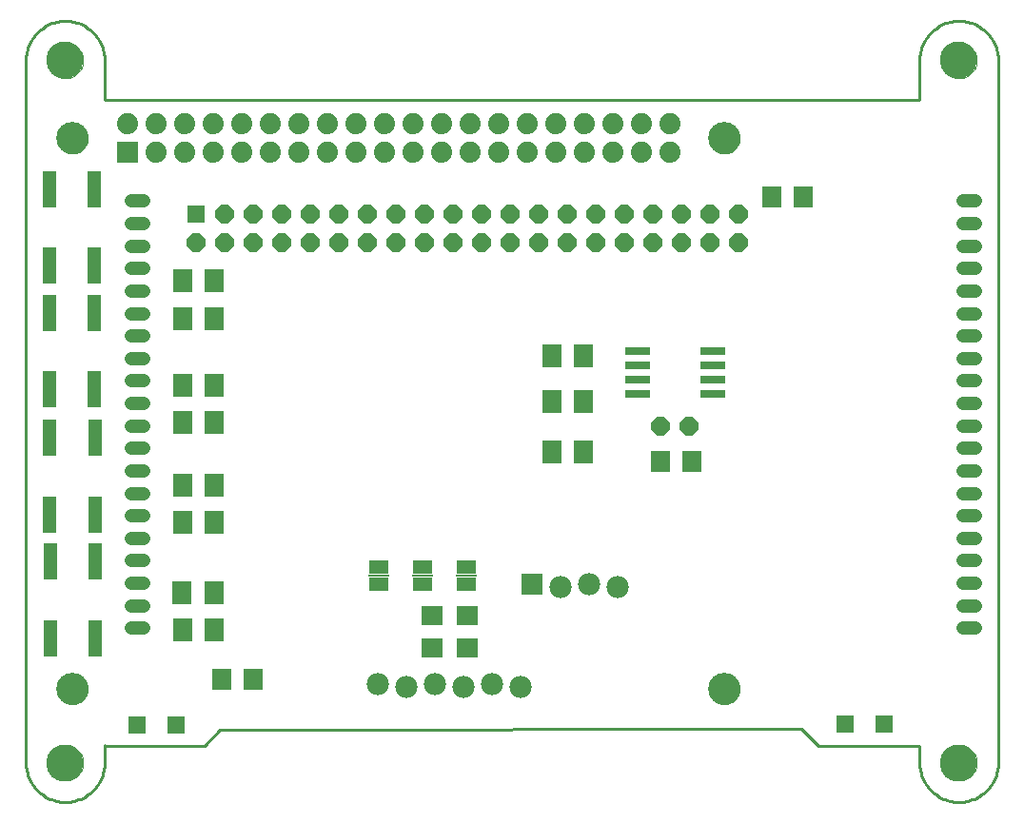
<source format=gts>
G75*
G70*
%OFA0B0*%
%FSLAX24Y24*%
%IPPOS*%
%LPD*%
%AMOC8*
5,1,8,0,0,1.08239X$1,22.5*
%
%ADD10C,0.0000*%
%ADD11C,0.1300*%
%ADD12C,0.0100*%
%ADD13C,0.0476*%
%ADD14R,0.0640X0.0640*%
%ADD15OC8,0.0640*%
%ADD16R,0.0906X0.0276*%
%ADD17R,0.0670X0.0827*%
%ADD18R,0.0670X0.0749*%
%ADD19R,0.0750X0.0670*%
%ADD20R,0.0670X0.0500*%
%ADD21R,0.0720X0.0060*%
%ADD22R,0.0512X0.1300*%
%ADD23R,0.0670X0.0750*%
%ADD24R,0.0631X0.0631*%
%ADD25C,0.1123*%
%ADD26R,0.0740X0.0740*%
%ADD27C,0.0740*%
%ADD28C,0.0780*%
%ADD29R,0.0780X0.0780*%
D10*
X002501Y002916D02*
X002503Y002966D01*
X002509Y003016D01*
X002519Y003065D01*
X002533Y003113D01*
X002550Y003160D01*
X002571Y003205D01*
X002596Y003249D01*
X002624Y003290D01*
X002656Y003329D01*
X002690Y003366D01*
X002727Y003400D01*
X002767Y003430D01*
X002809Y003457D01*
X002853Y003481D01*
X002899Y003502D01*
X002946Y003518D01*
X002994Y003531D01*
X003044Y003540D01*
X003093Y003545D01*
X003144Y003546D01*
X003194Y003543D01*
X003243Y003536D01*
X003292Y003525D01*
X003340Y003510D01*
X003386Y003492D01*
X003431Y003470D01*
X003474Y003444D01*
X003515Y003415D01*
X003554Y003383D01*
X003590Y003348D01*
X003622Y003310D01*
X003652Y003270D01*
X003679Y003227D01*
X003702Y003183D01*
X003721Y003137D01*
X003737Y003089D01*
X003749Y003040D01*
X003757Y002991D01*
X003761Y002941D01*
X003761Y002891D01*
X003757Y002841D01*
X003749Y002792D01*
X003737Y002743D01*
X003721Y002695D01*
X003702Y002649D01*
X003679Y002605D01*
X003652Y002562D01*
X003622Y002522D01*
X003590Y002484D01*
X003554Y002449D01*
X003515Y002417D01*
X003474Y002388D01*
X003431Y002362D01*
X003386Y002340D01*
X003340Y002322D01*
X003292Y002307D01*
X003243Y002296D01*
X003194Y002289D01*
X003144Y002286D01*
X003093Y002287D01*
X003044Y002292D01*
X002994Y002301D01*
X002946Y002314D01*
X002899Y002330D01*
X002853Y002351D01*
X002809Y002375D01*
X002767Y002402D01*
X002727Y002432D01*
X002690Y002466D01*
X002656Y002503D01*
X002624Y002542D01*
X002596Y002583D01*
X002571Y002627D01*
X002550Y002672D01*
X002533Y002719D01*
X002519Y002767D01*
X002509Y002816D01*
X002503Y002866D01*
X002501Y002916D01*
X002842Y005502D02*
X002844Y005548D01*
X002850Y005593D01*
X002859Y005638D01*
X002873Y005682D01*
X002890Y005725D01*
X002911Y005766D01*
X002935Y005805D01*
X002962Y005842D01*
X002992Y005876D01*
X003026Y005908D01*
X003061Y005937D01*
X003099Y005963D01*
X003139Y005985D01*
X003181Y006004D01*
X003225Y006019D01*
X003269Y006031D01*
X003314Y006039D01*
X003360Y006043D01*
X003406Y006043D01*
X003452Y006039D01*
X003497Y006031D01*
X003541Y006019D01*
X003585Y006004D01*
X003627Y005985D01*
X003667Y005963D01*
X003705Y005937D01*
X003740Y005908D01*
X003774Y005876D01*
X003804Y005842D01*
X003831Y005805D01*
X003855Y005766D01*
X003876Y005725D01*
X003893Y005682D01*
X003907Y005638D01*
X003916Y005593D01*
X003922Y005548D01*
X003924Y005502D01*
X003922Y005456D01*
X003916Y005411D01*
X003907Y005366D01*
X003893Y005322D01*
X003876Y005279D01*
X003855Y005238D01*
X003831Y005199D01*
X003804Y005162D01*
X003774Y005128D01*
X003740Y005096D01*
X003705Y005067D01*
X003667Y005041D01*
X003627Y005019D01*
X003585Y005000D01*
X003541Y004985D01*
X003497Y004973D01*
X003452Y004965D01*
X003406Y004961D01*
X003360Y004961D01*
X003314Y004965D01*
X003269Y004973D01*
X003225Y004985D01*
X003181Y005000D01*
X003139Y005019D01*
X003099Y005041D01*
X003061Y005067D01*
X003026Y005096D01*
X002992Y005128D01*
X002962Y005162D01*
X002935Y005199D01*
X002911Y005238D01*
X002890Y005279D01*
X002873Y005322D01*
X002859Y005366D01*
X002850Y005411D01*
X002844Y005456D01*
X002842Y005502D01*
X025676Y005502D02*
X025678Y005548D01*
X025684Y005593D01*
X025693Y005638D01*
X025707Y005682D01*
X025724Y005725D01*
X025745Y005766D01*
X025769Y005805D01*
X025796Y005842D01*
X025826Y005876D01*
X025860Y005908D01*
X025895Y005937D01*
X025933Y005963D01*
X025973Y005985D01*
X026015Y006004D01*
X026059Y006019D01*
X026103Y006031D01*
X026148Y006039D01*
X026194Y006043D01*
X026240Y006043D01*
X026286Y006039D01*
X026331Y006031D01*
X026375Y006019D01*
X026419Y006004D01*
X026461Y005985D01*
X026501Y005963D01*
X026539Y005937D01*
X026574Y005908D01*
X026608Y005876D01*
X026638Y005842D01*
X026665Y005805D01*
X026689Y005766D01*
X026710Y005725D01*
X026727Y005682D01*
X026741Y005638D01*
X026750Y005593D01*
X026756Y005548D01*
X026758Y005502D01*
X026756Y005456D01*
X026750Y005411D01*
X026741Y005366D01*
X026727Y005322D01*
X026710Y005279D01*
X026689Y005238D01*
X026665Y005199D01*
X026638Y005162D01*
X026608Y005128D01*
X026574Y005096D01*
X026539Y005067D01*
X026501Y005041D01*
X026461Y005019D01*
X026419Y005000D01*
X026375Y004985D01*
X026331Y004973D01*
X026286Y004965D01*
X026240Y004961D01*
X026194Y004961D01*
X026148Y004965D01*
X026103Y004973D01*
X026059Y004985D01*
X026015Y005000D01*
X025973Y005019D01*
X025933Y005041D01*
X025895Y005067D01*
X025860Y005096D01*
X025826Y005128D01*
X025796Y005162D01*
X025769Y005199D01*
X025745Y005238D01*
X025724Y005279D01*
X025707Y005322D01*
X025693Y005366D01*
X025684Y005411D01*
X025678Y005456D01*
X025676Y005502D01*
X033800Y002916D02*
X033802Y002966D01*
X033808Y003016D01*
X033818Y003065D01*
X033832Y003113D01*
X033849Y003160D01*
X033870Y003205D01*
X033895Y003249D01*
X033923Y003290D01*
X033955Y003329D01*
X033989Y003366D01*
X034026Y003400D01*
X034066Y003430D01*
X034108Y003457D01*
X034152Y003481D01*
X034198Y003502D01*
X034245Y003518D01*
X034293Y003531D01*
X034343Y003540D01*
X034392Y003545D01*
X034443Y003546D01*
X034493Y003543D01*
X034542Y003536D01*
X034591Y003525D01*
X034639Y003510D01*
X034685Y003492D01*
X034730Y003470D01*
X034773Y003444D01*
X034814Y003415D01*
X034853Y003383D01*
X034889Y003348D01*
X034921Y003310D01*
X034951Y003270D01*
X034978Y003227D01*
X035001Y003183D01*
X035020Y003137D01*
X035036Y003089D01*
X035048Y003040D01*
X035056Y002991D01*
X035060Y002941D01*
X035060Y002891D01*
X035056Y002841D01*
X035048Y002792D01*
X035036Y002743D01*
X035020Y002695D01*
X035001Y002649D01*
X034978Y002605D01*
X034951Y002562D01*
X034921Y002522D01*
X034889Y002484D01*
X034853Y002449D01*
X034814Y002417D01*
X034773Y002388D01*
X034730Y002362D01*
X034685Y002340D01*
X034639Y002322D01*
X034591Y002307D01*
X034542Y002296D01*
X034493Y002289D01*
X034443Y002286D01*
X034392Y002287D01*
X034343Y002292D01*
X034293Y002301D01*
X034245Y002314D01*
X034198Y002330D01*
X034152Y002351D01*
X034108Y002375D01*
X034066Y002402D01*
X034026Y002432D01*
X033989Y002466D01*
X033955Y002503D01*
X033923Y002542D01*
X033895Y002583D01*
X033870Y002627D01*
X033849Y002672D01*
X033832Y002719D01*
X033818Y002767D01*
X033808Y002816D01*
X033802Y002866D01*
X033800Y002916D01*
X025676Y024793D02*
X025678Y024839D01*
X025684Y024884D01*
X025693Y024929D01*
X025707Y024973D01*
X025724Y025016D01*
X025745Y025057D01*
X025769Y025096D01*
X025796Y025133D01*
X025826Y025167D01*
X025860Y025199D01*
X025895Y025228D01*
X025933Y025254D01*
X025973Y025276D01*
X026015Y025295D01*
X026059Y025310D01*
X026103Y025322D01*
X026148Y025330D01*
X026194Y025334D01*
X026240Y025334D01*
X026286Y025330D01*
X026331Y025322D01*
X026375Y025310D01*
X026419Y025295D01*
X026461Y025276D01*
X026501Y025254D01*
X026539Y025228D01*
X026574Y025199D01*
X026608Y025167D01*
X026638Y025133D01*
X026665Y025096D01*
X026689Y025057D01*
X026710Y025016D01*
X026727Y024973D01*
X026741Y024929D01*
X026750Y024884D01*
X026756Y024839D01*
X026758Y024793D01*
X026756Y024747D01*
X026750Y024702D01*
X026741Y024657D01*
X026727Y024613D01*
X026710Y024570D01*
X026689Y024529D01*
X026665Y024490D01*
X026638Y024453D01*
X026608Y024419D01*
X026574Y024387D01*
X026539Y024358D01*
X026501Y024332D01*
X026461Y024310D01*
X026419Y024291D01*
X026375Y024276D01*
X026331Y024264D01*
X026286Y024256D01*
X026240Y024252D01*
X026194Y024252D01*
X026148Y024256D01*
X026103Y024264D01*
X026059Y024276D01*
X026015Y024291D01*
X025973Y024310D01*
X025933Y024332D01*
X025895Y024358D01*
X025860Y024387D01*
X025826Y024419D01*
X025796Y024453D01*
X025769Y024490D01*
X025745Y024529D01*
X025724Y024570D01*
X025707Y024613D01*
X025693Y024657D01*
X025684Y024702D01*
X025678Y024747D01*
X025676Y024793D01*
X033800Y027522D02*
X033802Y027572D01*
X033808Y027622D01*
X033818Y027671D01*
X033832Y027719D01*
X033849Y027766D01*
X033870Y027811D01*
X033895Y027855D01*
X033923Y027896D01*
X033955Y027935D01*
X033989Y027972D01*
X034026Y028006D01*
X034066Y028036D01*
X034108Y028063D01*
X034152Y028087D01*
X034198Y028108D01*
X034245Y028124D01*
X034293Y028137D01*
X034343Y028146D01*
X034392Y028151D01*
X034443Y028152D01*
X034493Y028149D01*
X034542Y028142D01*
X034591Y028131D01*
X034639Y028116D01*
X034685Y028098D01*
X034730Y028076D01*
X034773Y028050D01*
X034814Y028021D01*
X034853Y027989D01*
X034889Y027954D01*
X034921Y027916D01*
X034951Y027876D01*
X034978Y027833D01*
X035001Y027789D01*
X035020Y027743D01*
X035036Y027695D01*
X035048Y027646D01*
X035056Y027597D01*
X035060Y027547D01*
X035060Y027497D01*
X035056Y027447D01*
X035048Y027398D01*
X035036Y027349D01*
X035020Y027301D01*
X035001Y027255D01*
X034978Y027211D01*
X034951Y027168D01*
X034921Y027128D01*
X034889Y027090D01*
X034853Y027055D01*
X034814Y027023D01*
X034773Y026994D01*
X034730Y026968D01*
X034685Y026946D01*
X034639Y026928D01*
X034591Y026913D01*
X034542Y026902D01*
X034493Y026895D01*
X034443Y026892D01*
X034392Y026893D01*
X034343Y026898D01*
X034293Y026907D01*
X034245Y026920D01*
X034198Y026936D01*
X034152Y026957D01*
X034108Y026981D01*
X034066Y027008D01*
X034026Y027038D01*
X033989Y027072D01*
X033955Y027109D01*
X033923Y027148D01*
X033895Y027189D01*
X033870Y027233D01*
X033849Y027278D01*
X033832Y027325D01*
X033818Y027373D01*
X033808Y027422D01*
X033802Y027472D01*
X033800Y027522D01*
X002842Y024793D02*
X002844Y024839D01*
X002850Y024884D01*
X002859Y024929D01*
X002873Y024973D01*
X002890Y025016D01*
X002911Y025057D01*
X002935Y025096D01*
X002962Y025133D01*
X002992Y025167D01*
X003026Y025199D01*
X003061Y025228D01*
X003099Y025254D01*
X003139Y025276D01*
X003181Y025295D01*
X003225Y025310D01*
X003269Y025322D01*
X003314Y025330D01*
X003360Y025334D01*
X003406Y025334D01*
X003452Y025330D01*
X003497Y025322D01*
X003541Y025310D01*
X003585Y025295D01*
X003627Y025276D01*
X003667Y025254D01*
X003705Y025228D01*
X003740Y025199D01*
X003774Y025167D01*
X003804Y025133D01*
X003831Y025096D01*
X003855Y025057D01*
X003876Y025016D01*
X003893Y024973D01*
X003907Y024929D01*
X003916Y024884D01*
X003922Y024839D01*
X003924Y024793D01*
X003922Y024747D01*
X003916Y024702D01*
X003907Y024657D01*
X003893Y024613D01*
X003876Y024570D01*
X003855Y024529D01*
X003831Y024490D01*
X003804Y024453D01*
X003774Y024419D01*
X003740Y024387D01*
X003705Y024358D01*
X003667Y024332D01*
X003627Y024310D01*
X003585Y024291D01*
X003541Y024276D01*
X003497Y024264D01*
X003452Y024256D01*
X003406Y024252D01*
X003360Y024252D01*
X003314Y024256D01*
X003269Y024264D01*
X003225Y024276D01*
X003181Y024291D01*
X003139Y024310D01*
X003099Y024332D01*
X003061Y024358D01*
X003026Y024387D01*
X002992Y024419D01*
X002962Y024453D01*
X002935Y024490D01*
X002911Y024529D01*
X002890Y024570D01*
X002873Y024613D01*
X002859Y024657D01*
X002850Y024702D01*
X002844Y024747D01*
X002842Y024793D01*
X002501Y027522D02*
X002503Y027572D01*
X002509Y027622D01*
X002519Y027671D01*
X002533Y027719D01*
X002550Y027766D01*
X002571Y027811D01*
X002596Y027855D01*
X002624Y027896D01*
X002656Y027935D01*
X002690Y027972D01*
X002727Y028006D01*
X002767Y028036D01*
X002809Y028063D01*
X002853Y028087D01*
X002899Y028108D01*
X002946Y028124D01*
X002994Y028137D01*
X003044Y028146D01*
X003093Y028151D01*
X003144Y028152D01*
X003194Y028149D01*
X003243Y028142D01*
X003292Y028131D01*
X003340Y028116D01*
X003386Y028098D01*
X003431Y028076D01*
X003474Y028050D01*
X003515Y028021D01*
X003554Y027989D01*
X003590Y027954D01*
X003622Y027916D01*
X003652Y027876D01*
X003679Y027833D01*
X003702Y027789D01*
X003721Y027743D01*
X003737Y027695D01*
X003749Y027646D01*
X003757Y027597D01*
X003761Y027547D01*
X003761Y027497D01*
X003757Y027447D01*
X003749Y027398D01*
X003737Y027349D01*
X003721Y027301D01*
X003702Y027255D01*
X003679Y027211D01*
X003652Y027168D01*
X003622Y027128D01*
X003590Y027090D01*
X003554Y027055D01*
X003515Y027023D01*
X003474Y026994D01*
X003431Y026968D01*
X003386Y026946D01*
X003340Y026928D01*
X003292Y026913D01*
X003243Y026902D01*
X003194Y026895D01*
X003144Y026892D01*
X003093Y026893D01*
X003044Y026898D01*
X002994Y026907D01*
X002946Y026920D01*
X002899Y026936D01*
X002853Y026957D01*
X002809Y026981D01*
X002767Y027008D01*
X002727Y027038D01*
X002690Y027072D01*
X002656Y027109D01*
X002624Y027148D01*
X002596Y027189D01*
X002571Y027233D01*
X002550Y027278D01*
X002533Y027325D01*
X002519Y027373D01*
X002509Y027422D01*
X002503Y027472D01*
X002501Y027522D01*
D11*
X003131Y027522D03*
X003131Y002916D03*
X034430Y002916D03*
X034430Y027522D03*
D12*
X001753Y027522D02*
X001753Y002916D01*
X001755Y002843D01*
X001761Y002770D01*
X001771Y002697D01*
X001784Y002625D01*
X001802Y002553D01*
X001823Y002483D01*
X001848Y002414D01*
X001876Y002347D01*
X001908Y002281D01*
X001944Y002216D01*
X001983Y002154D01*
X002025Y002094D01*
X002070Y002036D01*
X002118Y001981D01*
X002170Y001929D01*
X002224Y001879D01*
X002280Y001832D01*
X002339Y001788D01*
X002400Y001748D01*
X002463Y001711D01*
X002528Y001677D01*
X002595Y001646D01*
X002664Y001620D01*
X002733Y001597D01*
X002804Y001577D01*
X002876Y001562D01*
X002948Y001550D01*
X003021Y001542D01*
X003094Y001538D01*
X003168Y001538D01*
X003241Y001542D01*
X003314Y001550D01*
X003386Y001562D01*
X003458Y001577D01*
X003529Y001597D01*
X003598Y001620D01*
X003667Y001646D01*
X003734Y001677D01*
X003799Y001711D01*
X003862Y001748D01*
X003923Y001788D01*
X003982Y001832D01*
X004038Y001879D01*
X004092Y001929D01*
X004144Y001981D01*
X004192Y002036D01*
X004237Y002094D01*
X004279Y002154D01*
X004318Y002216D01*
X004354Y002281D01*
X004386Y002347D01*
X004414Y002414D01*
X004439Y002483D01*
X004460Y002553D01*
X004478Y002625D01*
X004491Y002697D01*
X004501Y002770D01*
X004507Y002843D01*
X004509Y002916D01*
X004509Y003500D01*
X004531Y003523D01*
X004507Y003514D02*
X008050Y003514D01*
X008020Y003514D02*
X004567Y003514D01*
X004509Y003500D01*
X008020Y003514D02*
X008565Y004060D01*
X028909Y004097D01*
X029499Y003507D01*
X033052Y003507D01*
X033036Y003495D01*
X033052Y003506D01*
X029509Y003506D01*
X033052Y003506D02*
X033052Y002916D01*
X033054Y002843D01*
X033060Y002770D01*
X033070Y002697D01*
X033083Y002625D01*
X033101Y002553D01*
X033122Y002483D01*
X033147Y002414D01*
X033175Y002347D01*
X033207Y002281D01*
X033243Y002216D01*
X033282Y002154D01*
X033324Y002094D01*
X033369Y002036D01*
X033417Y001981D01*
X033469Y001929D01*
X033523Y001879D01*
X033579Y001832D01*
X033638Y001788D01*
X033699Y001748D01*
X033762Y001711D01*
X033827Y001677D01*
X033894Y001646D01*
X033963Y001620D01*
X034032Y001597D01*
X034103Y001577D01*
X034175Y001562D01*
X034247Y001550D01*
X034320Y001542D01*
X034393Y001538D01*
X034467Y001538D01*
X034540Y001542D01*
X034613Y001550D01*
X034685Y001562D01*
X034757Y001577D01*
X034828Y001597D01*
X034897Y001620D01*
X034966Y001646D01*
X035033Y001677D01*
X035098Y001711D01*
X035161Y001748D01*
X035222Y001788D01*
X035281Y001832D01*
X035337Y001879D01*
X035391Y001929D01*
X035443Y001981D01*
X035491Y002036D01*
X035536Y002094D01*
X035578Y002154D01*
X035617Y002216D01*
X035653Y002281D01*
X035685Y002347D01*
X035713Y002414D01*
X035738Y002483D01*
X035759Y002553D01*
X035777Y002625D01*
X035790Y002697D01*
X035800Y002770D01*
X035806Y002843D01*
X035808Y002916D01*
X035808Y027522D01*
X035806Y027595D01*
X035800Y027668D01*
X035790Y027741D01*
X035777Y027813D01*
X035759Y027885D01*
X035738Y027955D01*
X035713Y028024D01*
X035685Y028091D01*
X035653Y028157D01*
X035617Y028222D01*
X035578Y028284D01*
X035536Y028344D01*
X035491Y028402D01*
X035443Y028457D01*
X035391Y028509D01*
X035337Y028559D01*
X035281Y028606D01*
X035222Y028650D01*
X035161Y028690D01*
X035098Y028727D01*
X035033Y028761D01*
X034966Y028792D01*
X034897Y028818D01*
X034828Y028841D01*
X034757Y028861D01*
X034685Y028876D01*
X034613Y028888D01*
X034540Y028896D01*
X034467Y028900D01*
X034393Y028900D01*
X034320Y028896D01*
X034247Y028888D01*
X034175Y028876D01*
X034103Y028861D01*
X034032Y028841D01*
X033963Y028818D01*
X033894Y028792D01*
X033827Y028761D01*
X033762Y028727D01*
X033699Y028690D01*
X033638Y028650D01*
X033579Y028606D01*
X033523Y028559D01*
X033469Y028509D01*
X033417Y028457D01*
X033369Y028402D01*
X033324Y028344D01*
X033282Y028284D01*
X033243Y028222D01*
X033207Y028157D01*
X033175Y028091D01*
X033147Y028024D01*
X033122Y027955D01*
X033101Y027885D01*
X033083Y027813D01*
X033070Y027741D01*
X033060Y027668D01*
X033054Y027595D01*
X033052Y027522D01*
X033052Y026144D01*
X004509Y026144D01*
X004509Y027522D01*
X004507Y027595D01*
X004501Y027668D01*
X004491Y027741D01*
X004478Y027813D01*
X004460Y027885D01*
X004439Y027955D01*
X004414Y028024D01*
X004386Y028091D01*
X004354Y028157D01*
X004318Y028222D01*
X004279Y028284D01*
X004237Y028344D01*
X004192Y028402D01*
X004144Y028457D01*
X004092Y028509D01*
X004038Y028559D01*
X003982Y028606D01*
X003923Y028650D01*
X003862Y028690D01*
X003799Y028727D01*
X003734Y028761D01*
X003667Y028792D01*
X003598Y028818D01*
X003529Y028841D01*
X003458Y028861D01*
X003386Y028876D01*
X003314Y028888D01*
X003241Y028896D01*
X003168Y028900D01*
X003094Y028900D01*
X003021Y028896D01*
X002948Y028888D01*
X002876Y028876D01*
X002804Y028861D01*
X002733Y028841D01*
X002664Y028818D01*
X002595Y028792D01*
X002528Y028761D01*
X002463Y028727D01*
X002400Y028690D01*
X002339Y028650D01*
X002280Y028606D01*
X002224Y028559D01*
X002170Y028509D01*
X002118Y028457D01*
X002070Y028402D01*
X002025Y028344D01*
X001983Y028284D01*
X001944Y028222D01*
X001908Y028157D01*
X001876Y028091D01*
X001848Y028024D01*
X001823Y027955D01*
X001802Y027885D01*
X001784Y027813D01*
X001771Y027741D01*
X001761Y027668D01*
X001755Y027595D01*
X001753Y027522D01*
D13*
X005453Y022585D02*
X005890Y022585D01*
X005890Y021798D02*
X005453Y021798D01*
X005453Y021010D02*
X005890Y021010D01*
X005890Y020223D02*
X005453Y020223D01*
X005453Y019435D02*
X005890Y019435D01*
X005890Y018648D02*
X005453Y018648D01*
X005453Y017861D02*
X005890Y017861D01*
X005890Y017073D02*
X005453Y017073D01*
X005453Y016286D02*
X005890Y016286D01*
X005890Y015498D02*
X005453Y015498D01*
X005453Y014711D02*
X005890Y014711D01*
X005890Y013924D02*
X005453Y013924D01*
X005453Y013136D02*
X005890Y013136D01*
X005890Y012349D02*
X005453Y012349D01*
X005453Y011561D02*
X005890Y011561D01*
X005890Y010774D02*
X005453Y010774D01*
X005453Y009987D02*
X005890Y009987D01*
X005890Y009199D02*
X005453Y009199D01*
X005453Y008412D02*
X005890Y008412D01*
X005890Y007624D02*
X005453Y007624D01*
X034587Y007624D02*
X035023Y007624D01*
X035023Y008412D02*
X034587Y008412D01*
X034587Y009199D02*
X035023Y009199D01*
X035023Y009987D02*
X034587Y009987D01*
X034587Y010774D02*
X035023Y010774D01*
X035023Y011561D02*
X034587Y011561D01*
X034587Y012349D02*
X035023Y012349D01*
X035023Y013136D02*
X034587Y013136D01*
X034587Y013924D02*
X035023Y013924D01*
X035023Y014711D02*
X034587Y014711D01*
X034587Y015498D02*
X035023Y015498D01*
X035023Y016286D02*
X034587Y016286D01*
X034587Y017073D02*
X035023Y017073D01*
X035023Y017861D02*
X034587Y017861D01*
X034587Y018648D02*
X035023Y018648D01*
X035023Y019435D02*
X034587Y019435D01*
X034587Y020223D02*
X035023Y020223D01*
X035023Y021010D02*
X034587Y021010D01*
X034587Y021798D02*
X035023Y021798D01*
X035023Y022585D02*
X034587Y022585D01*
D14*
X007728Y022146D03*
D15*
X008728Y022146D03*
X009728Y022146D03*
X010728Y022146D03*
X011728Y022146D03*
X012728Y022146D03*
X013728Y022146D03*
X014728Y022146D03*
X015728Y022146D03*
X016728Y022146D03*
X017728Y022146D03*
X018728Y022146D03*
X019728Y022146D03*
X020728Y022146D03*
X021728Y022146D03*
X022728Y022146D03*
X023728Y022146D03*
X024728Y022146D03*
X025728Y022146D03*
X026728Y022146D03*
X026728Y021146D03*
X025728Y021146D03*
X024728Y021146D03*
X023728Y021146D03*
X022728Y021146D03*
X021728Y021146D03*
X020728Y021146D03*
X019728Y021146D03*
X018728Y021146D03*
X017728Y021146D03*
X016728Y021146D03*
X015728Y021146D03*
X014728Y021146D03*
X013728Y021146D03*
X012728Y021146D03*
X011728Y021146D03*
X010728Y021146D03*
X009728Y021146D03*
X008728Y021146D03*
X007728Y021146D03*
X023995Y014715D03*
X024995Y014715D03*
D16*
X025806Y015840D03*
X025806Y016340D03*
X025806Y016840D03*
X025806Y017340D03*
X023184Y017340D03*
X023184Y016840D03*
X023184Y016340D03*
X023184Y015840D03*
D17*
X021291Y015559D03*
X020188Y015559D03*
X020188Y017184D03*
X021291Y017184D03*
X021291Y013809D03*
X020188Y013809D03*
X008340Y014831D03*
X007238Y014831D03*
X007241Y016141D03*
X008343Y016141D03*
X008342Y018461D03*
X007240Y018461D03*
X007239Y019786D03*
X008341Y019786D03*
X008344Y012626D03*
X007242Y012626D03*
X007242Y011334D03*
X008344Y011334D03*
X008333Y008857D03*
X007231Y008857D03*
X007241Y007564D03*
X008343Y007564D03*
D18*
X023974Y013459D03*
X025077Y013459D03*
D19*
X017205Y008060D03*
X015978Y008056D03*
X015978Y006936D03*
X017205Y006940D03*
D20*
X017179Y009170D03*
X017179Y009770D03*
X015635Y009760D03*
X015635Y009160D03*
X014101Y009165D03*
X014101Y009765D03*
D21*
X014101Y009465D03*
X015635Y009460D03*
X017179Y009470D03*
D22*
X004183Y009960D03*
X002608Y009960D03*
X002592Y011608D03*
X004167Y011608D03*
X004167Y014285D03*
X002592Y014285D03*
X002584Y015994D03*
X004159Y015994D03*
X004159Y018671D03*
X002584Y018671D03*
X002588Y020326D03*
X004162Y020326D03*
X004162Y023003D03*
X002588Y023003D03*
X002608Y007283D03*
X004183Y007283D03*
D23*
X008600Y005827D03*
X009720Y005827D03*
X027869Y022750D03*
X028989Y022750D03*
D24*
X030452Y004261D03*
X031830Y004261D03*
X007021Y004232D03*
X005643Y004232D03*
D25*
X003383Y005502D03*
X026217Y005502D03*
X026217Y024793D03*
X003383Y024793D03*
D26*
X005300Y024293D03*
D27*
X006300Y024293D03*
X006300Y025293D03*
X005300Y025293D03*
X007300Y025293D03*
X007300Y024293D03*
X008300Y024293D03*
X009300Y024293D03*
X009300Y025293D03*
X008300Y025293D03*
X010300Y025293D03*
X010300Y024293D03*
X011300Y024293D03*
X012300Y024293D03*
X012300Y025293D03*
X011300Y025293D03*
X013300Y025293D03*
X013300Y024293D03*
X014300Y024293D03*
X015300Y024293D03*
X015300Y025293D03*
X014300Y025293D03*
X016300Y025293D03*
X016300Y024293D03*
X017300Y024293D03*
X018300Y024293D03*
X018300Y025293D03*
X017300Y025293D03*
X019300Y025293D03*
X020300Y025293D03*
X020300Y024293D03*
X019300Y024293D03*
X021300Y024293D03*
X021300Y025293D03*
X022300Y025293D03*
X023300Y025293D03*
X023300Y024293D03*
X022300Y024293D03*
X024300Y024293D03*
X024300Y025293D03*
D28*
X022470Y009081D03*
X021470Y009181D03*
X020470Y009081D03*
X019072Y005581D03*
X018072Y005681D03*
X017072Y005581D03*
X016072Y005681D03*
X015072Y005581D03*
X014072Y005681D03*
D29*
X019470Y009181D03*
M02*

</source>
